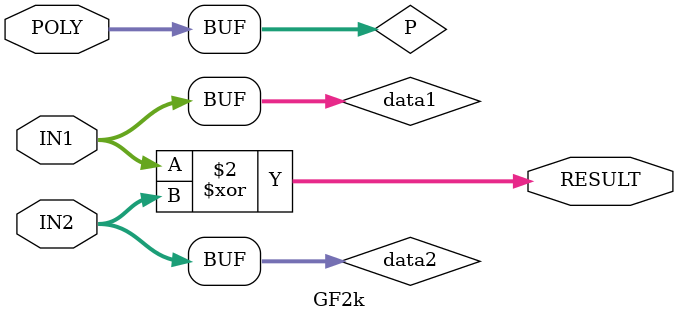
<source format=v>
`include "/usr/synthesis/dw/sim_ver/DW01_dec.v" 



module GF2k
#( parameter DEG = 2 , parameter OP = 0)
(
input[DEG:0] POLY,
input[DEG-1:0] IN1,
input[DEG-1:0] IN2,
output reg [DEG-1:0] RESULT
);

genvar k, l;

wire [DEG-1:0] data1, data2;
wire [DEG:0] P;
wire [DEG-1:0] RESULT_TEMP;

wire [DEG-1:0] out1[DEG-1:0], out2 [DEG-1:0];
wire temp0, temp1;


wire [DEG-1:0] vec[2*DEG-1:0];
wire [DEG-1:0] a_sh[2*DEG-1:0], b_sh[2*DEG-1:0], a[2*DEG-1:0];
wire [DEG:0] IRP [2*DEG-1:0], b[2*DEG-1:0];
wire signed [DEG+1:0] delta[2*DEG-1:0];
wire signed [DEG+1:0] delta_dw[2*DEG-1:0];




assign data1 = IN1;
assign data2 = IN2;
assign P = POLY;


generate
    
    if(OP == 0 || OP == 1) begin
        always @(*) begin
            RESULT = data1 ^ data2;
	    end
    end

    else if(OP == 2) begin
        for (k = 0; k<DEG; k=k+1) begin
            for (l = 0; l<DEG; l=l+1) begin
                if (k==0) begin
                    assign out1[k][l] = (P[l] & 1'b0) ^ data2[l];
                    assign out2[k][l] = (data1[k] & out1[k][l]) ^ 1'b0;
                end
                else if (l==0) begin
                    assign out1[k][l] = (P[l] & out1[k-1][DEG-1]) ^ 1'b0;
                    assign out2[k][l] = (data1[k] & out1[k][l]) ^ out2[k-1][l];
                end
                else begin
                    
                    assign out1[k][l] = (P[l] & out1[k-1][DEG-1]) ^ out1[k-1][l-1];
                    assign out2[k][l] = (data1[k] & out1[k][l]) ^ out2[k-1][l];
                end
            end
        end
        always @(*) begin
            RESULT = out2[DEG-1];
        end
    end

    else if(OP == 3) begin
		assign IRP[0] = POLY;
		assign b_sh[0] = IN2;
		assign a_sh[0] = IN1;
		assign delta[0] = -1;
		assign vec[0] = 0;
		for (k = 1; k < 2*DEG; k = k+1) begin
			assign b[k] = (b_sh[k-1][0])? {1'b0, b_sh[k-1][DEG-1:0]} ^ IRP[k-1][DEG:0] : {1'b0, b_sh[k-1][DEG-1:0]};

			assign a[k] = (b_sh[k-1][0])? a_sh[k-1] ^ vec[k-1] : a_sh[k-1];

			assign IRP[k] = (delta[k-1][DEG+1] & b_sh[k-1][0])? {1'b0, b_sh[k-1]} : IRP[k-1];

			assign vec[k] = (delta[k-1][DEG+1] & b_sh[k-1][0])? a_sh[k-1] : vec[k-1];

			assign a_sh[k] = {1'b0, a[k][DEG-1:1]} ^ ({DEG{a[k][0]}} & POLY[DEG:1]);

			assign b_sh[k] = b[k][DEG:1] ^ ({DEG{b[k][0]}} & POLY[DEG:1]);

			DW01_dec #(DEG+2) U_dec(.A(delta[k-1]), .SUM(delta_dw[k]));

			assign delta[k] = (delta[k-1][DEG+1] & b_sh[k-1][0])? ~delta[k-1] : delta_dw[k];
		end
        always @(*) begin
            RESULT = vec[2*DEG-1];
	    end
    end

endgenerate
endmodule



</source>
